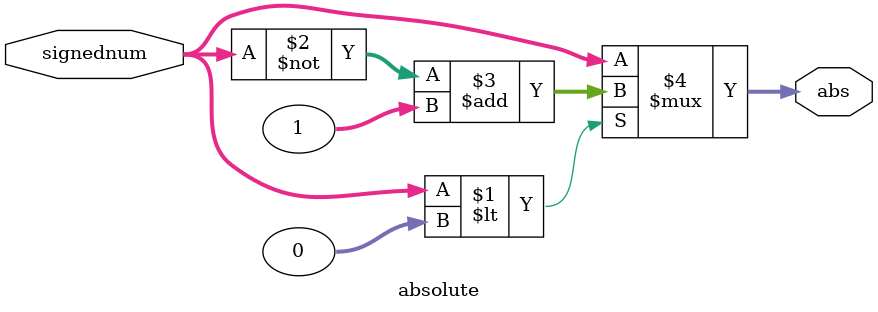
<source format=v>
module absolute#(parameter LEN=32) (input signed [LEN-1:0]signednum,output [0:(LEN-1)]abs);
          assign abs = (signednum<0)? (~signednum+1) : signednum;
endmodule

</source>
